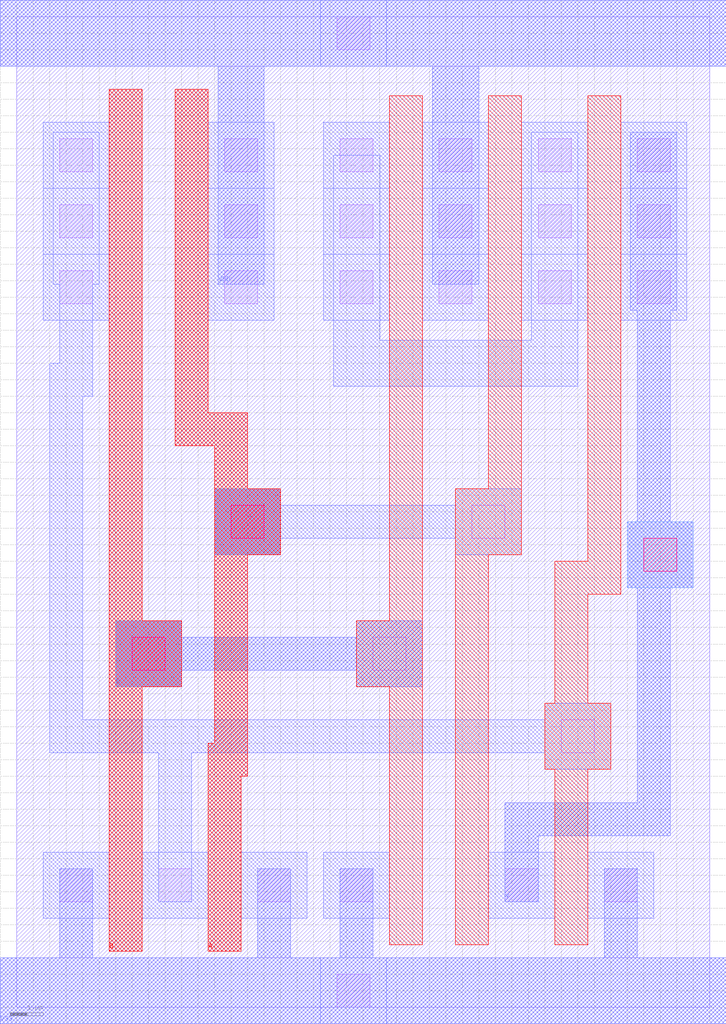
<source format=lef>
VERSION 5.3 ;

NAMESCASESENSITIVE ON ;

UNITS
  DATABASE MICRONS 1000 ;
END UNITS











MACRO exorLEF
  CLASS BLOCK ;
  PIN A
    DIRECTION INPUT ;
    PORT
      LAYER POL ;
        POLYGON 5.800 8.000  5.800 1.700  6.800 1.700  6.800 7.000  7.000 
        7.000  7.000 13.700  8.000 13.700  8.000 15.700  7.000 15.700  7.000 
        18.000  5.800 18.000  5.800 27.800  4.800 27.800  4.800 17.000  6.000 
        17.000  6.000 8.000  5.800 8.000  ;
    END
    PORT
      LAYER ML1 ;
        RECT 6.000 13.700  8.000 15.700  ;
    END
  END A
  PIN B
    DIRECTION INPUT ;
    PORT
      LAYER POL ;
        POLYGON 2.800 27.800  2.800 1.700  3.800 1.700  3.800 9.700  5.000 
        9.700  5.000 11.700  3.800 11.700  3.800 27.800  2.800 27.800  ;
    END
    PORT
      LAYER ML1 ;
        POLYGON 3.000 11.700  3.000 9.700  5.000 9.700  5.000 10.200  10.300 
        10.200  10.300 9.700  12.300 9.700  12.300 11.700  10.300 11.700  
        10.300 11.200  5.000 11.200  5.000 11.700  3.000 11.700  ;
    END
  END B
  PIN VDD
    DIRECTION INOUT ;
    PORT
      LAYER ML1 ;
        POLYGON -0.500 30.500  -0.500 28.500  6.100 28.500  6.100 21.900  
        7.500 21.900  7.500 28.500  12.600 28.500  12.600 21.900  14.000 
        21.900  14.000 28.500  21.500 28.500  21.500 30.500  -0.500 30.500  ;
    END
  END VDD
  PIN VSS
    DIRECTION INOUT ;
    PORT
      LAYER ML1 ;
        POLYGON -0.500 1.500  -0.500 -0.500  21.500 -0.500  21.500 1.500  
        18.800 1.500  18.800 4.200  17.800 4.200  17.800 1.500  10.800 1.500  
        10.800 4.200  9.800 4.200  9.800 1.500  8.300 1.500  8.300 4.200  
        7.300 4.200  7.300 1.500  2.300 1.500  2.300 4.200  1.300 4.200  1.300 
        1.500  -0.500 1.500  ;
    END
  END VSS
  PIN Y
    DIRECTION OUTPUT ;
    PORT
      LAYER ML1 ;
        POLYGON 14.800 6.200  14.800 3.200  15.800 3.200  15.800 5.200  19.800 
        5.200  19.800 12.700  20.500 12.700  20.500 14.700  19.800 14.700  
        19.800 21.100  20.000 21.100  20.000 26.500  18.600 26.500  18.600 
        21.100  18.800 21.100  18.800 14.700  18.500 14.700  18.500 12.700  
        18.800 12.700  18.800 6.200  14.800 6.200  ;
    END
  END Y
  OBS
    LAYER CNT ;
      POLYGON 17.800 3.200  17.800 4.200  18.800 4.200  18.800 3.200  17.800 
      3.200  ;
      POLYGON 18.800 23.300  18.800 24.300  19.800 24.300  19.800 23.300  
      18.800 23.300  ;
      POLYGON 18.800 21.300  18.800 22.300  19.800 22.300  19.800 21.300  
      18.800 21.300  ;
      POLYGON 18.800 25.300  18.800 26.300  19.800 26.300  19.800 25.300  
      18.800 25.300  ;
      POLYGON 6.500 14.200  6.500 15.200  7.500 15.200  7.500 14.200  6.500 
      14.200  ;
      POLYGON 9.700 29.000  9.700 30.000  10.700 30.000  10.700 29.000  9.700 
      29.000  ;
      POLYGON 16.500 7.700  16.500 8.700  17.500 8.700  17.500 7.700  16.500 
      7.700  ;
      POLYGON 13.800 14.200  13.800 15.200  14.800 15.200  14.800 14.200  
      13.800 14.200  ;
      POLYGON 3.500 10.200  3.500 11.200  4.500 11.200  4.500 10.200  3.500 
      10.200  ;
      POLYGON 10.800 10.200  10.800 11.200  11.800 11.200  11.800 10.200  
      10.800 10.200  ;
      POLYGON 9.700 0.000  9.700 1.000  10.700 1.000  10.700 0.000  9.700 
      0.000  ;
      POLYGON 15.800 23.300  15.800 24.300  16.800 24.300  16.800 23.300  
      15.800 23.300  ;
      POLYGON 15.800 25.300  15.800 26.300  16.800 26.300  16.800 25.300  
      15.800 25.300  ;
      POLYGON 15.800 21.300  15.800 22.300  16.800 22.300  16.800 21.300  
      15.800 21.300  ;
      POLYGON 14.800 3.200  14.800 4.200  15.800 4.200  15.800 3.200  14.800 
      3.200  ;
      POLYGON 12.800 25.300  12.800 26.300  13.800 26.300  13.800 25.300  
      12.800 25.300  ;
      POLYGON 12.800 23.300  12.800 24.300  13.800 24.300  13.800 23.300  
      12.800 23.300  ;
      POLYGON 12.800 21.300  12.800 22.300  13.800 22.300  13.800 21.300  
      12.800 21.300  ;
      POLYGON 9.800 3.200  9.800 4.200  10.800 4.200  10.800 3.200  9.800 
      3.200  ;
      POLYGON 9.800 25.300  9.800 26.300  10.800 26.300  10.800 25.300  9.800 
      25.300  ;
      POLYGON 9.800 23.300  9.800 24.300  10.800 24.300  10.800 23.300  9.800 
      23.300  ;
      POLYGON 9.800 21.300  9.800 22.300  10.800 22.300  10.800 21.300  9.800 
      21.300  ;
      POLYGON 7.300 3.200  7.300 4.200  8.300 4.200  8.300 3.200  7.300 3.200  ;
      
      POLYGON 6.300 25.300  6.300 26.300  7.300 26.300  7.300 25.300  6.300 
      25.300  ;
      POLYGON 6.300 21.300  6.300 22.300  7.300 22.300  7.300 21.300  6.300 
      21.300  ;
      POLYGON 6.300 23.300  6.300 24.300  7.300 24.300  7.300 23.300  6.300 
      23.300  ;
      POLYGON 4.300 3.200  4.300 4.200  5.300 4.200  5.300 3.200  4.300 3.200  ;
      
      POLYGON 1.300 25.300  1.300 26.300  2.300 26.300  2.300 25.300  1.300 
      25.300  ;
      POLYGON 1.300 3.200  1.300 4.200  2.300 4.200  2.300 3.200  1.300 3.200  ;
      
      POLYGON 1.300 21.300  1.300 22.300  2.300 22.300  2.300 21.300  1.300 
      21.300  ;
      POLYGON 1.300 23.300  1.300 24.300  2.300 24.300  2.300 23.300  1.300 
      23.300  ;
    LAYER FRAME ;
      POLYGON -0.500 1.500  -0.500 -0.500  21.500 -0.500  21.500 1.500  -0.500 
      1.500  ;
      POLYGON 0.000 0.000  21.000 0.000  21.000 30.000  0.000 30.000  0.000 
      0.000  ;
      RECT -0.500 28.500  21.500 30.500  ;
    LAYER ML1 ;
      RECT 9.200 -0.500  11.200 1.500  ;
      RECT 3.000 9.700  5.000 11.700  ;
      RECT 9.200 28.500  11.200 30.500  ;
      RECT 6.000 13.700  8.000 15.700  ;
      RECT 18.300 24.800  20.300 26.800  ;
      RECT 18.300 20.800  20.300 22.800  ;
      RECT 18.300 22.800  20.300 24.800  ;
      RECT 17.300 2.700  19.300 4.700  ;
      RECT 15.300 22.800  17.300 24.800  ;
      RECT 15.300 24.800  17.300 26.800  ;
      RECT 15.300 20.800  17.300 22.800  ;
      RECT 14.300 2.700  16.300 4.700  ;
      RECT 12.300 24.800  14.300 26.800  ;
      RECT 12.300 22.800  14.300 24.800  ;
      RECT 12.300 20.800  14.300 22.800  ;
      RECT 9.300 2.700  11.300 4.700  ;
      RECT 9.300 24.800  11.300 26.800  ;
      RECT 9.300 22.800  11.300 24.800  ;
      RECT 9.300 20.800  11.300 22.800  ;
      RECT 6.800 2.700  8.800 4.700  ;
      RECT 5.800 24.800  7.800 26.800  ;
      RECT 5.800 20.800  7.800 22.800  ;
      RECT 5.800 22.800  7.800 24.800  ;
      RECT 3.800 2.700  5.800 4.700  ;
      RECT 0.800 24.800  2.800 26.800  ;
      RECT 0.800 2.700  2.800 4.700  ;
      RECT 0.800 20.800  2.800 22.800  ;
      RECT 0.800 22.800  2.800 24.800  ;
      POLYGON -0.500 30.500  -0.500 28.500  6.100 28.500  6.100 21.900  7.500 
      21.900  7.500 28.500  12.600 28.500  12.600 21.900  14.000 21.900  
      14.000 28.500  21.500 28.500  21.500 30.500  -0.500 30.500  ;
      POLYGON -0.500 1.500  -0.500 -0.500  21.500 -0.500  21.500 1.500  18.800 
      1.500  18.800 4.200  17.800 4.200  17.800 1.500  10.800 1.500  10.800 
      4.200  9.800 4.200  9.800 1.500  8.300 1.500  8.300 4.200  7.300 4.200  
      7.300 1.500  2.300 1.500  2.300 4.200  1.300 4.200  1.300 1.500  -0.500 
      1.500  ;
      POLYGON 1.000 19.500  1.000 7.700  4.300 7.700  4.300 3.200  5.300 3.200 
       5.300 7.700  16.000 7.700  16.000 7.200  18.000 7.200  18.000 9.200  
      16.000 9.200  16.000 8.700  2.000 8.700  2.000 18.500  2.300 18.500  
      2.300 21.900  2.500 21.900  2.500 26.500  1.100 26.500  1.100 21.900  
      1.300 21.900  1.300 19.500  1.000 19.500  ;
      POLYGON 9.600 25.800  9.600 18.800  17.000 18.800  17.000 26.500  15.600 
      26.500  15.600 20.200  11.000 20.200  11.000 25.800  9.600 25.800  ;
      POLYGON 14.800 6.200  14.800 3.200  15.800 3.200  15.800 5.200  19.800 
      5.200  19.800 12.700  20.500 12.700  20.500 14.700  19.800 14.700  
      19.800 21.100  20.000 21.100  20.000 26.500  18.600 26.500  18.600 
      21.100  18.800 21.100  18.800 14.700  18.500 14.700  18.500 12.700  
      18.800 12.700  18.800 6.200  14.800 6.200  ;
      POLYGON 3.000 11.700  3.000 9.700  5.000 9.700  5.000 10.200  10.300 
      10.200  10.300 9.700  12.300 9.700  12.300 11.700  10.300 11.700  10.300 
      11.200  5.000 11.200  5.000 11.700  3.000 11.700  ;
      POLYGON 6.000 15.700  6.000 13.700  8.000 13.700  8.000 14.200  13.300 
      14.200  13.300 13.700  15.300 13.700  15.300 15.700  13.300 15.700  
      13.300 15.200  8.000 15.200  8.000 15.700  6.000 15.700  ;
    LAYER ML2 ;
      POLYGON 6.000 13.700  6.000 15.700  8.000 15.700  8.000 13.700  6.000 
      13.700  ;
      POLYGON 18.500 12.700  18.500 14.700  20.500 14.700  20.500 12.700  
      18.500 12.700  ;
      POLYGON 3.000 9.700  3.000 11.700  5.000 11.700  5.000 9.700  3.000 
      9.700  ;
    LAYER POL ;
      POLYGON 16.000 9.200  16.000 7.200  16.300 7.200  16.300 1.900  17.300 
      1.900  17.300 7.200  18.000 7.200  18.000 9.200  17.300 9.200  17.300 
      12.500  18.300 12.500  18.300 27.600  17.300 27.600  17.300 13.500  
      16.300 13.500  16.300 9.200  16.000 9.200  ;
      POLYGON 13.300 15.700  13.300 1.900  14.300 1.900  14.300 13.700  15.300 
      13.700  15.300 27.600  14.300 27.600  14.300 15.700  13.300 15.700  ;
      POLYGON 10.300 11.700  10.300 9.700  11.300 9.700  11.300 1.900  12.300 
      1.900  12.300 27.600  11.300 27.600  11.300 11.700  10.300 11.700  ;
      POLYGON 5.800 8.000  5.800 1.700  6.800 1.700  6.800 7.000  7.000 7.000  
      7.000 13.700  8.000 13.700  8.000 15.700  7.000 15.700  7.000 18.000  
      5.800 18.000  5.800 27.800  4.800 27.800  4.800 17.000  6.000 17.000  
      6.000 8.000  5.800 8.000  ;
      POLYGON 2.800 27.800  2.800 1.700  3.800 1.700  3.800 9.700  5.000 9.700 
       5.000 11.700  3.800 11.700  3.800 27.800  2.800 27.800  ;
    LAYER VIA1 ;
      POLYGON 6.500 14.200  6.500 15.200  7.500 15.200  7.500 14.200  6.500 
      14.200  ;
      POLYGON 19.000 13.200  19.000 14.200  20.000 14.200  20.000 13.200  
      19.000 13.200  ;
      POLYGON 3.500 10.200  3.500 11.200  4.500 11.200  4.500 10.200  3.500 
      10.200  ;
  END
END exorLEF


END LIBRARY

</source>
